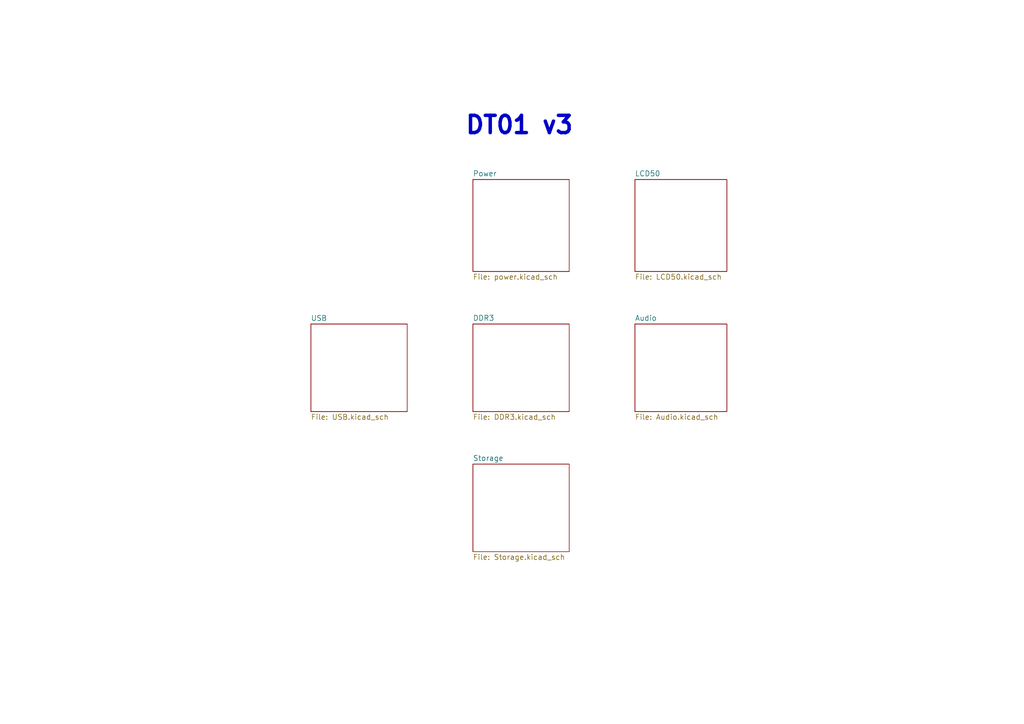
<source format=kicad_sch>
(kicad_sch (version 20230121) (generator eeschema)
  (paper "A4")
  (lib_symbols)
  (text "DT01 v3" (at 134.62 39.37 0) (effects (font (size 5.0038 5.0038) (thickness 1.0008) bold) (justify left bottom)))
  (sheet (at 137.16 52.07) (size 27.94 26.67)
    (property "Sheetname" "Power" (at 137.16 51.2314 0) (effects (font (size 1.524 1.524)) (justify left bottom)))
    (property "Sheetfile" "power.kicad_sch" (at 137.16 79.4262 0) (effects (font (size 1.524 1.524)) (justify left top)))
  )
  (sheet (at 184.15 93.98) (size 26.67 25.4)
    (property "Sheetname" "Audio" (at 184.15 93.1414 0) (effects (font (size 1.524 1.524)) (justify left bottom)))
    (property "Sheetfile" "Audio.kicad_sch" (at 184.15 120.0662 0) (effects (font (size 1.524 1.524)) (justify left top)))
  )
  (sheet (at 90.17 93.98) (size 27.94 25.4)
    (property "Sheetname" "USB" (at 90.17 93.1541 0) (effects (font (size 1.4986 1.4986)) (justify left bottom)))
    (property "Sheetfile" "USB.kicad_sch" (at 90.17 120.0662 0) (effects (font (size 1.524 1.524)) (justify left top)))
  )
  (sheet (at 137.16 93.98) (size 27.94 25.4)
    (property "Sheetname" "DDR3" (at 137.16 93.1414 0) (effects (font (size 1.524 1.524)) (justify left bottom)))
    (property "Sheetfile" "DDR3.kicad_sch" (at 137.16 120.0662 0) (effects (font (size 1.524 1.524)) (justify left top)))
  )
  (sheet (at 184.15 52.07) (size 26.67 26.67)
    (property "Sheetname" "LCD50" (at 184.15 51.2314 0) (effects (font (size 1.524 1.524)) (justify left bottom)))
    (property "Sheetfile" "LCD50.kicad_sch" (at 184.15 79.4262 0) (effects (font (size 1.524 1.524)) (justify left top)))
  )
  (sheet (at 137.16 134.62) (size 27.94 25.4)
    (property "Sheetname" "Storage" (at 137.16 133.7814 0) (effects (font (size 1.524 1.524)) (justify left bottom)))
    (property "Sheetfile" "Storage.kicad_sch" (at 137.16 160.7062 0) (effects (font (size 1.524 1.524)) (justify left top)))
  )
)
</source>
